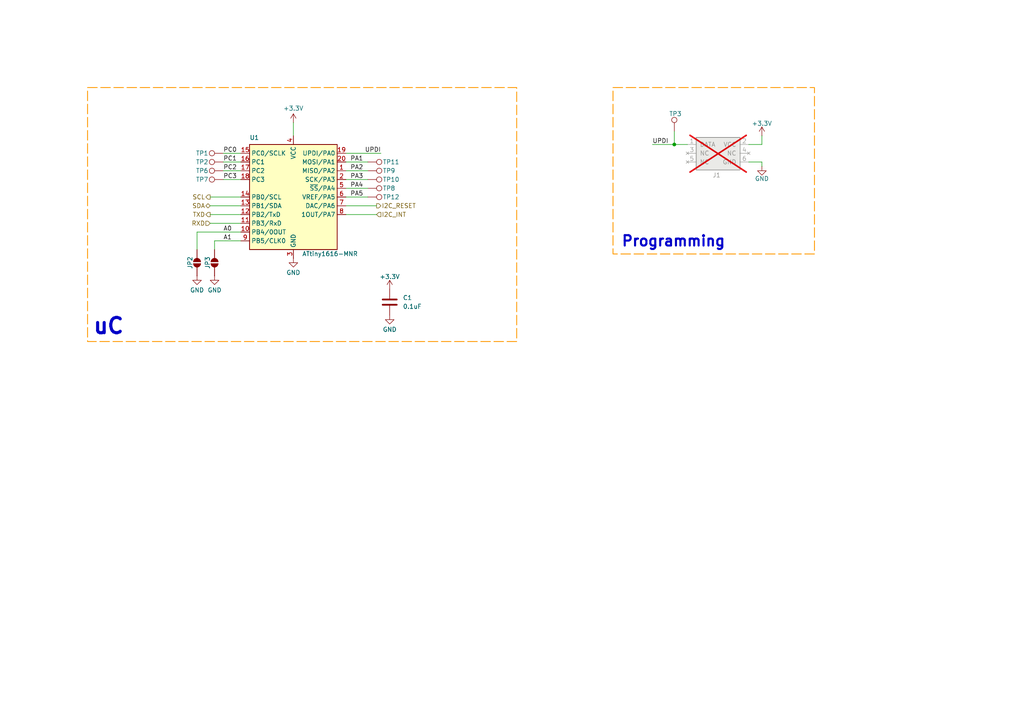
<source format=kicad_sch>
(kicad_sch (version 20250114) (generator "eeschema") (generator_version "9.0")
  (paper "A4")
  (title_block (title "Environment Module") (date "<<release-date>>") (rev "<<tag>>") (comment 1 "<<hash>>"))
  (lib_symbols
    (symbol "CRG Makes:ATtiny1616-MNR"
      (property "Reference" "U" (at -12.7 21.59 0))
      (property "Value" "ATtiny1616-MNR" (at 2.54 -10.668 0))
      (symbol "ATtiny1616-MNR_0_1"
        (rectangle (start -12.7 20.32) (end 12.7 -10.16) (stroke (width 0.254)) (fill (type background)))
      )
      (symbol "ATtiny1616-MNR_1_1"
        (pin bidirectional line (at -15.24 17.78 0) (length 2.54) (name "PC0/SCLK") (number "15"))
        (pin bidirectional line (at -15.24 15.24 0) (length 2.54) (name "PC1") (number "16"))
        (pin bidirectional line (at -15.24 12.7 0) (length 2.54) (name "PC2") (number "17"))
        (pin bidirectional line (at -15.24 10.16 0) (length 2.54) (name "PC3") (number "18"))
        (pin bidirectional line (at -15.24 5.08 0) (length 2.54) (name "PB0/SCL") (number "14"))
        (pin bidirectional line (at -15.24 2.54 0) (length 2.54) (name "PB1/SDA") (number "13"))
        (pin bidirectional line (at -15.24 0 0) (length 2.54) (name "PB2/TxD") (number "12"))
        (pin bidirectional line (at -15.24 -2.54 0) (length 2.54) (name "PB3/RxD") (number "11"))
        (pin bidirectional line (at -15.24 -5.08 0) (length 2.54) (name "PB4/0OUT") (number "10"))
        (pin bidirectional line (at -15.24 -7.62 0) (length 2.54) (name "PB5/CLK0") (number "9"))
        (pin power_in line (at 0 22.86 270) (length 2.54) (name "VCC") (number "4"))
        (pin passive line (at 0 -12.7 90) (length 2.54) (hide yes) (name "GND") (number "21"))
        (pin power_in line (at 0 -12.7 90) (length 2.54) (name "GND") (number "3"))
        (pin bidirectional line (at 15.24 17.78 180) (length 2.54) (name "UPDI/PA0") (number "19"))
        (pin bidirectional line (at 15.24 15.24 180) (length 2.54) (name "MOSI/PA1") (number "20"))
        (pin bidirectional line (at 15.24 12.7 180) (length 2.54) (name "MISO/PA2") (number "1"))
        (pin bidirectional line (at 15.24 10.16 180) (length 2.54) (name "SCK/PA3") (number "2"))
        (pin bidirectional line (at 15.24 7.62 180) (length 2.54) (name "~{SS}/PA4") (number "5"))
        (pin bidirectional line (at 15.24 5.08 180) (length 2.54) (name "VREF/PA5") (number "6"))
        (pin bidirectional line (at 15.24 2.54 180) (length 2.54) (name "DAC/PA6") (number "7"))
        (pin bidirectional line (at 15.24 0 180) (length 2.54) (name "1OUT/PA7") (number "8"))
      )
    )
    (symbol "CRGM Connector:AVR-UPDI-6" (pin_names (offset 1.016))
      (property "Reference" "J" (at -6.096 6.858 0))
      (property "Value" "AVR-UPDI-6" (at -6.096 -5.08 0))
      (symbol "AVR-UPDI-6_0_1"
        (rectangle (start -6.35 5.842) (end 6.35 -3.556) (stroke (width 0.254)) (fill (type background)))
      )
      (symbol "AVR-UPDI-6_1_1"
        (pin passive line (at -8.89 3.81 0) (length 2.54) (name "DATA") (number "1"))
        (pin no_connect line (at -8.89 1.27 0) (length 2.54) (name "NC") (number "3"))
        (pin no_connect line (at -8.89 -1.27 0) (length 2.54) (name "NC") (number "5"))
        (pin passive line (at 8.89 3.81 180) (length 2.54) (name "VCC") (number "2"))
        (pin no_connect line (at 8.89 1.27 180) (length 2.54) (name "NC") (number "4"))
        (pin passive line (at 8.89 -1.27 180) (length 2.54) (name "GND") (number "6"))
      )
    )
    (symbol "CRGM Connector:TestPoint" (pin_numbers (hide yes)) (pin_names (offset 0.762) (hide yes))
      (property "Reference" "TP" (at 0 5.08 0))
      (symbol "TestPoint_0_1"
        (circle (center 0 3.302) (radius 0.762))
      )
      (symbol "TestPoint_1_1"
        (pin passive line (at 0 0 90) (length 2.54) (name "1") (number "1"))
      )
    )
    (symbol "Device:C" (pin_numbers (hide yes)) (pin_names (offset 0.254))
      (property "Reference" "C" (at 0.635 2.54 0))
      (property "Value" "C" (at 0.635 -2.54 0))
      (symbol "C_0_1"
        (polyline (pts (xy -2.032 0.762) (xy 2.032 0.762)) (stroke (width 0.508)))
        (polyline (pts (xy -2.032 -0.762) (xy 2.032 -0.762)) (stroke (width 0.508)))
      )
      (symbol "C_1_1"
        (pin passive line (at 0 3.81 270) (length 2.794) (name "~") (number "1"))
        (pin passive line (at 0 -3.81 90) (length 2.794) (name "~") (number "2"))
      )
    )
    (symbol "Jumper:SolderJumper_2_Open" (pin_numbers (hide yes)) (pin_names (offset 0) (hide yes)) (in_bom no)
      (property "Reference" "JP" (at 0 2.032 0))
      (property "Value" "SolderJumper_2_Open" (at 0 -2.54 0))
      (symbol "SolderJumper_2_Open_0_1"
        (polyline (pts (xy -0.254 1.016) (xy -0.254 -1.016)))
        (arc (start -0.254 -1.016) (mid -1.2656 0) (end -0.254 1.016))
        (arc (start -0.254 -1.016) (mid -1.2656 0) (end -0.254 1.016) (fill (type outline)))
        (arc (start 0.254 1.016) (mid 1.2656 0) (end 0.254 -1.016))
        (arc (start 0.254 1.016) (mid 1.2656 0) (end 0.254 -1.016) (fill (type outline)))
        (polyline (pts (xy 0.254 1.016) (xy 0.254 -1.016)))
      )
      (symbol "SolderJumper_2_Open_1_1"
        (pin passive line (at -3.81 0 0) (length 2.54) (name "A") (number "1"))
        (pin passive line (at 3.81 0 180) (length 2.54) (name "B") (number "2"))
      )
    )
    (symbol "power:+3.3V" (power) (pin_numbers (hide yes)) (pin_names (offset 0) (hide yes))
      (property "Value" "+3.3V" (at 0 3.556 0))
      (symbol "+3.3V_0_1"
        (polyline (pts (xy -0.762 1.27) (xy 0 2.54)))
        (polyline (pts (xy 0 2.54) (xy 0.762 1.27)))
        (polyline (pts (xy 0 0) (xy 0 2.54)))
      )
      (symbol "+3.3V_1_1"
        (pin power_in line (at 0 0 90) (length 0) (name "~") (number "1"))
      )
    )
    (symbol "power:GND" (power) (pin_numbers (hide yes)) (pin_names (offset 0) (hide yes))
      (property "Value" "GND" (at 0 -3.81 0))
      (symbol "GND_0_1"
        (polyline (pts (xy 0 0) (xy 0 -1.27) (xy 1.27 -1.27) (xy 0 -2.54) (xy -1.27 -1.27) (xy 0 -1.27)))
      )
      (symbol "GND_1_1"
        (pin power_in line (at 0 0 270) (length 0) (name "~") (number "1"))
      )
    )
  )
  (rectangle (start 177.8 25.4) (end 236.22 73.66) (stroke (width 0.254) (type dash) (color 255 153 0 1)))
  (rectangle (start 25.4 25.4) (end 149.86 99.06) (stroke (width 0.254) (type dash) (color 255 153 0 1)))
  (text "Programming" (at 180.086 70.104 0) (effects (font (size 3 3) (thickness 0.6) (bold yes)) (justify left)))
  (text "uC" (at 26.67 94.742 0) (effects (font (size 4.445 4.445) (thickness 0.889) (bold yes)) (justify left)))
  (junction (at 195.58 41.91))
  (wire (pts (xy 100.33 46.99) (xy 106.68 46.99)))
  (wire (pts (xy 217.17 41.91) (xy 220.98 41.91)))
  (wire (pts (xy 100.33 62.23) (xy 109.22 62.23)))
  (wire (pts (xy 106.68 57.15) (xy 100.33 57.15)))
  (wire (pts (xy 62.23 69.85) (xy 62.23 72.39)))
  (wire (pts (xy 220.98 46.99) (xy 220.98 48.26)))
  (wire (pts (xy 62.23 69.85) (xy 69.85 69.85)))
  (wire (pts (xy 195.58 41.91) (xy 199.39 41.91)))
  (wire (pts (xy 106.68 52.07) (xy 100.33 52.07)))
  (wire (pts (xy 189.23 41.91) (xy 195.58 41.91)))
  (wire (pts (xy 57.15 67.31) (xy 57.15 72.39)))
  (wire (pts (xy 57.15 67.31) (xy 69.85 67.31)))
  (wire (pts (xy 100.33 59.69) (xy 109.22 59.69)))
  (wire (pts (xy 195.58 38.1) (xy 195.58 41.91)))
  (wire (pts (xy 220.98 39.37) (xy 220.98 41.91)))
  (wire (pts (xy 60.96 57.15) (xy 69.85 57.15)))
  (wire (pts (xy 217.17 46.99) (xy 220.98 46.99)))
  (wire (pts (xy 60.96 59.69) (xy 69.85 59.69)))
  (wire (pts (xy 64.77 44.45) (xy 69.85 44.45)))
  (wire (pts (xy 100.33 54.61) (xy 106.68 54.61)))
  (wire (pts (xy 64.77 49.53) (xy 69.85 49.53)))
  (wire (pts (xy 85.09 35.56) (xy 85.09 39.37)))
  (wire (pts (xy 60.96 62.23) (xy 69.85 62.23)))
  (wire (pts (xy 106.68 49.53) (xy 100.33 49.53)))
  (wire (pts (xy 64.77 46.99) (xy 69.85 46.99)))
  (wire (pts (xy 100.33 44.45) (xy 110.49 44.45)))
  (wire (pts (xy 64.77 52.07) (xy 69.85 52.07)))
  (wire (pts (xy 60.96 64.77) (xy 69.85 64.77)))
  (label "PC0" (at 64.77 44.45 0))
  (label "UPDI" (at 110.49 44.45 180))
  (label "PC2" (at 64.77 49.53 0))
  (label "PC1" (at 64.77 46.99 0))
  (label "PA2" (at 101.6 49.53 0))
  (label "PC3" (at 64.77 52.07 0))
  (label "A1" (at 64.77 69.85 0))
  (label "A0" (at 64.77 67.31 0))
  (label "PA3" (at 101.6 52.07 0))
  (label "PA5" (at 101.6 57.15 0))
  (label "PA4" (at 101.6 54.61 0))
  (label "UPDI" (at 189.23 41.91 0))
  (label "PA1" (at 101.6 46.99 0))
  (hierarchical_label "TXD" (shape output) (at 60.96 62.23 180))
  (hierarchical_label "SCL" (shape output) (at 60.96 57.15 180))
  (hierarchical_label "I2C_INT" (shape input) (at 109.22 62.23 0))
  (hierarchical_label "RXD" (shape input) (at 60.96 64.77 180))
  (hierarchical_label "SDA" (shape bidirectional) (at 60.96 59.69 180))
  (hierarchical_label "I2C_RESET" (shape output) (at 109.22 59.69 0))
  (symbol (lib_id "Jumper:SolderJumper_2_Open") (at 57.15 76.2 90) (unit 1) (in_bom no)
    (property "Reference" "JP1" (at 55.118 76.2 0))
    (property "Footprint" "CRGM Connector:SolderJumper-2_P1.3mm_Open_RoundedPad1.0x1.5mm" (effects (hide yes)))
    (property "Description" "Solder Jumper, 2-pole, open" (effects (hide yes)))
    (instances (project "relay-module" (path "" (reference "JP2") (unit 1))) (project "" (path "" (reference "JP1") (unit 1))))
  )
  (symbol (lib_id "CRGM Connector:TestPoint") (at 64.77 52.07 90) (unit 1) (in_bom no)
    (property "Reference" "TP4" (at 60.452 52.07 90) (effects (justify left)))
    (property "Footprint" "CRGM Mechanical:TestPoint_Pad_D1.0mm" (effects (hide yes)))
    (property "Description" "Test Point D1.0mm" (effects (hide yes)))
    (instances (project "relay-module" (path "" (reference "TP7") (unit 1))) (project "" (path "" (reference "TP4") (unit 1))))
  )
  (symbol (lib_id "CRGM Connector:TestPoint") (at 106.68 57.15 270) (unit 1) (in_bom no)
    (property "Reference" "TP9" (at 110.998 57.15 90) (effects (justify left)))
    (property "Footprint" "CRGM Mechanical:TestPoint_Pad_D1.0mm" (effects (hide yes)))
    (property "Description" "Test Point D1.0mm" (effects (hide yes)))
    (instances (project "relay-module" (path "" (reference "TP12") (unit 1))) (project "" (path "" (reference "TP9") (unit 1))))
  )
  (symbol (lib_id "CRGM Connector:TestPoint") (at 64.77 44.45 90) (unit 1) (in_bom no)
    (property "Reference" "TP1" (at 60.452 44.45 90) (effects (justify left)))
    (property "Footprint" "CRGM Mechanical:TestPoint_Pad_D1.0mm" (effects (hide yes)))
    (property "Description" "Test Point D1.0mm" (effects (hide yes)))
  )
  (symbol (lib_id "CRGM Connector:TestPoint") (at 64.77 49.53 90) (unit 1) (in_bom no)
    (property "Reference" "TP3" (at 60.452 49.53 90) (effects (justify left)))
    (property "Footprint" "CRGM Mechanical:TestPoint_Pad_D1.0mm" (effects (hide yes)))
    (property "Description" "Test Point D1.0mm" (effects (hide yes)))
    (instances (project "relay-module" (path "" (reference "TP6") (unit 1))) (project "" (path "" (reference "TP3") (unit 1))))
  )
  (symbol (lib_id "CRGM Connector:AVR-UPDI-6") (at 208.28 45.72 0) (unit 1) (in_bom no) (dnp yes)
    (property "Reference" "J1" (at 209.042 50.8 0) (effects (justify right)))
    (property "Value" "AVR-UPDI-6" (effects (hide yes)))
    (property "Footprint" "CRGM Connector:PinHeader_2x03_P2.54mm_Vertical_SMD" (effects (hide yes)))
    (property "Datasheet" "https://www.microchip.com/webdoc/GUID-9D10622A-5C16-4405-B092-1BDD437B4976/index.html?GUID-9B349315-2842-4189-B88C-49F4E1055D7F" (effects (hide yes)))
    (property "Description" "Atmel 6-pin UPDI connector" (effects (hide yes)))
  )
  (symbol (lib_id "power:GND") (at 113.03 91.44 0) (unit 1)
    (property "Reference" "#PWR06" (effects (hide yes)))
    (property "Value" "GND" (at 113.03 95.5731 0))
    (property "Description" "Power symbol creates a global label with name \"GND\" , ground" (effects (hide yes)))
    (instances (project "relay-module" (path "" (reference "#PWR013") (unit 1))) (project "" (path "" (reference "#PWR06") (unit 1))))
  )
  (symbol (lib_id "Device:C") (at 113.03 87.63 0) (unit 1)
    (property "Reference" "C1" (at 116.84 86.3599 0) (effects (justify left)))
    (property "Value" "0.1uF" (at 116.84 88.8999 0) (effects (justify left)))
    (property "Footprint" "CRGM Passive:C_0603_1608Metric" (effects (hide yes)))
    (property "Description" "Unpolarized capacitor" (effects (hide yes)))
    (property "MN" "Samsung" (effects (hide yes)))
    (property "MPN" "CL10B104KO8NNNC" (effects (hide yes)))
    (property "LCSC" "C66501" (effects (hide yes)))
    (property "Digikey" "1276-1005-2-ND" (effects (hide yes)))
    (property "Mouser" "187-CL10B104KO8NNNC" (effects (hide yes)))
    (property "Tolerance" "10%" (effects (hide yes)))
    (property "Vr" "16V" (effects (hide yes)))
  )
  (symbol (lib_id "power:+3.3V") (at 85.09 35.56 0) (unit 1)
    (property "Reference" "#PWR03" (effects (hide yes)))
    (property "Value" "+3.3V" (at 85.09 31.4269 0))
    (property "Description" "Power symbol creates a global label with name \"+3.3V\"" (effects (hide yes)))
    (instances (project "relay-module" (path "" (reference "#PWR04") (unit 1))) (project "" (path "" (reference "#PWR03") (unit 1))))
  )
  (symbol (lib_id "CRGM Connector:TestPoint") (at 195.58 38.1 0) (unit 1) (in_bom no)
    (property "Reference" "TP12" (at 194.056 33.02 0) (effects (justify left)))
    (property "Footprint" "CRGM Mechanical:TestPoint_Pad_D1.0mm" (effects (hide yes)))
    (property "Description" "Test Point D1.0mm" (effects (hide yes)))
    (instances (project "relay-module" (path "" (reference "TP3") (unit 1))) (project "" (path "" (reference "TP12") (unit 1))))
  )
  (symbol (lib_id "power:GND") (at 57.15 80.01 0) (unit 1)
    (property "Reference" "#PWR01" (effects (hide yes)))
    (property "Value" "GND" (at 57.15 84.1431 0))
    (property "Description" "Power symbol creates a global label with name \"GND\" , ground" (effects (hide yes)))
    (instances (project "relay-module" (path "" (reference "#PWR031") (unit 1))) (project "" (path "" (reference "#PWR01") (unit 1))))
  )
  (symbol (lib_id "power:+3.3V") (at 113.03 83.82 0) (unit 1)
    (property "Reference" "#PWR05" (effects (hide yes)))
    (property "Value" "+3.3V" (at 113.03 80.264 0))
    (property "Description" "Power symbol creates a global label with name \"+3.3V\"" (effects (hide yes)))
    (instances (project "relay-module" (path "" (reference "#PWR012") (unit 1))) (project "" (path "" (reference "#PWR05") (unit 1))))
  )
  (symbol (lib_id "power:GND") (at 85.09 74.93 0) (unit 1)
    (property "Reference" "#PWR04" (effects (hide yes)))
    (property "Value" "GND" (at 85.09 79.0631 0))
    (property "Description" "Power symbol creates a global label with name \"GND\" , ground" (effects (hide yes)))
    (instances (project "relay-module" (path "" (reference "#PWR05") (unit 1))) (project "" (path "" (reference "#PWR04") (unit 1))))
  )
  (symbol (lib_id "CRGM Connector:TestPoint") (at 106.68 49.53 270) (unit 1) (in_bom no)
    (property "Reference" "TP6" (at 110.998 49.53 90) (effects (justify left)))
    (property "Footprint" "CRGM Mechanical:TestPoint_Pad_D1.0mm" (effects (hide yes)))
    (property "Description" "Test Point D1.0mm" (effects (hide yes)))
    (instances (project "relay-module" (path "" (reference "TP9") (unit 1))) (project "" (path "" (reference "TP6") (unit 1))))
  )
  (symbol (lib_id "CRGM Connector:TestPoint") (at 106.68 46.99 270) (unit 1) (in_bom no)
    (property "Reference" "TP5" (at 110.998 46.99 90) (effects (justify left)))
    (property "Footprint" "CRGM Mechanical:TestPoint_Pad_D1.0mm" (effects (hide yes)))
    (property "Description" "Test Point D1.0mm" (effects (hide yes)))
    (instances (project "relay-module" (path "" (reference "TP11") (unit 1))) (project "" (path "" (reference "TP5") (unit 1))))
  )
  (symbol (lib_id "power:GND") (at 62.23 80.01 0) (unit 1)
    (property "Reference" "#PWR02" (effects (hide yes)))
    (property "Value" "GND" (at 62.23 84.1431 0))
    (property "Description" "Power symbol creates a global label with name \"GND\" , ground" (effects (hide yes)))
    (instances (project "relay-module" (path "" (reference "#PWR030") (unit 1))) (project "" (path "" (reference "#PWR02") (unit 1))))
  )
  (symbol (lib_id "power:GND") (at 220.98 48.26 0) (unit 1)
    (property "Reference" "#PWR08" (effects (hide yes)))
    (property "Value" "GND" (at 220.98 51.816 0))
    (property "Description" "Power symbol creates a global label with name \"GND\" , ground" (effects (hide yes)))
    (instances (project "relay-module" (path "" (reference "#PWR011") (unit 1))) (project "" (path "" (reference "#PWR08") (unit 1))))
  )
  (symbol (lib_id "CRGM Connector:TestPoint") (at 106.68 54.61 270) (unit 1) (in_bom no)
    (property "Reference" "TP8" (at 110.998 54.61 90) (effects (justify left)))
    (property "Footprint" "CRGM Mechanical:TestPoint_Pad_D1.0mm" (effects (hide yes)))
    (property "Description" "Test Point D1.0mm" (effects (hide yes)))
  )
  (symbol (lib_id "CRGM Connector:TestPoint") (at 64.77 46.99 90) (unit 1) (in_bom no)
    (property "Reference" "TP2" (at 60.452 46.99 90) (effects (justify left)))
    (property "Footprint" "CRGM Mechanical:TestPoint_Pad_D1.0mm" (effects (hide yes)))
    (property "Description" "Test Point D1.0mm" (effects (hide yes)))
  )
  (symbol (lib_id "CRGM Connector:TestPoint") (at 106.68 52.07 270) (unit 1) (in_bom no)
    (property "Reference" "TP7" (at 110.998 52.07 90) (effects (justify left)))
    (property "Footprint" "CRGM Mechanical:TestPoint_Pad_D1.0mm" (effects (hide yes)))
    (property "Description" "Test Point D1.0mm" (effects (hide yes)))
    (instances (project "relay-module" (path "" (reference "TP10") (unit 1))) (project "" (path "" (reference "TP7") (unit 1))))
  )
  (symbol (lib_id "CRG Makes:ATtiny1616-MNR") (at 85.09 62.23 0) (unit 1)
    (property "Reference" "U1" (at 72.39 40.64 0) (effects (justify left bottom)))
    (property "Value" "ATtiny1616-MNR" (at 87.63 72.898 0) (effects (justify left top)))
    (property "Footprint" "CRG Makes:VQFN-20-1EP_3x3mm_P0.4mm_EP1.7x1.7mm_ThermalVias" (effects (hide yes)))
    (property "Datasheet" "http://ww1.microchip.com/downloads/en/DeviceDoc/ATtiny3216_ATtiny1616-data-sheet-40001997B.pdf" (effects (hide yes)))
    (property "Description" "20MHz, 16kB Flash, 2kB SRAM, 256B EEPROM, VQFN-20" (effects (hide yes)))
    (property "MN" "Microchip Tech" (effects (hide yes)))
    (property "MPN" "ATTINY1616-MNR" (effects (hide yes)))
    (property "Mouser" "556-ATTINY1616MNR" (effects (hide yes)))
    (property "Digikey" "ATTINY1616-MNRTR-ND" (effects (hide yes)))
    (property "LCSC" "C507118" (effects (hide yes)))
  )
  (symbol (lib_id "Jumper:SolderJumper_2_Open") (at 62.23 76.2 90) (unit 1) (in_bom no)
    (property "Reference" "JP2" (at 60.198 76.2 0))
    (property "Footprint" "CRGM Connector:SolderJumper-2_P1.3mm_Open_RoundedPad1.0x1.5mm" (effects (hide yes)))
    (property "Description" "Solder Jumper, 2-pole, open" (effects (hide yes)))
    (instances (project "relay-module" (path "" (reference "JP3") (unit 1))) (project "" (path "" (reference "JP2") (unit 1))))
  )
  (symbol (lib_id "power:+3.3V") (at 220.98 39.37 0) (unit 1)
    (property "Reference" "#PWR07" (effects (hide yes)))
    (property "Value" "+3.3V" (at 220.98 35.814 0))
    (property "Description" "Power symbol creates a global label with name \"+3.3V\"" (effects (hide yes)))
  )
)
</source>
